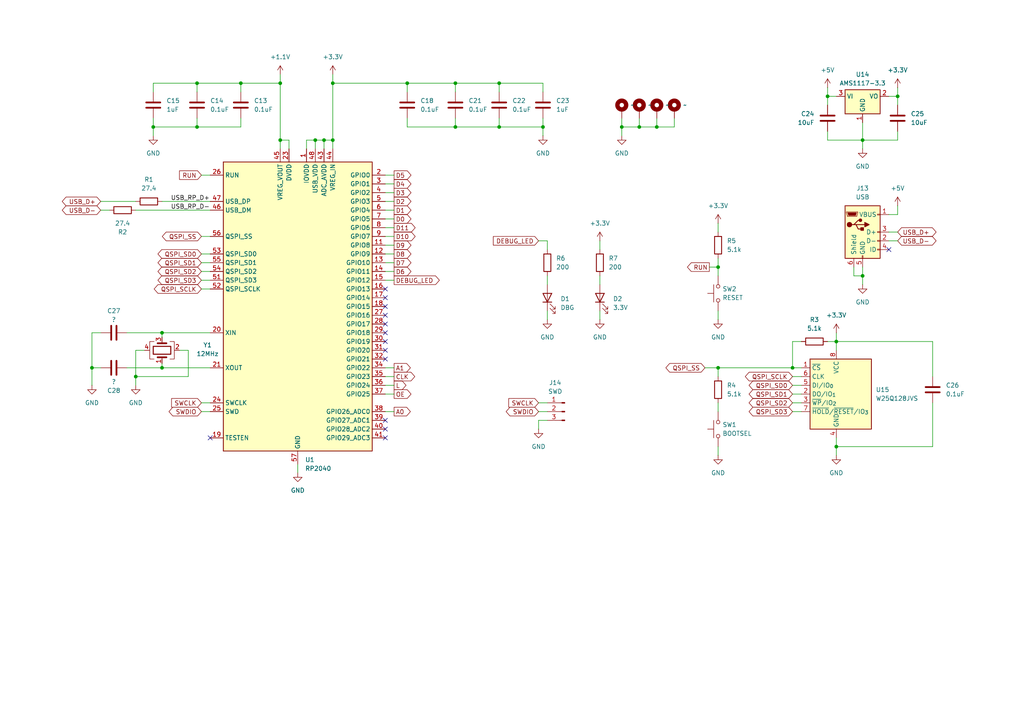
<source format=kicad_sch>
(kicad_sch (version 20250114) (generator "eeschema") (generator_version "9.0")
  (paper "A4")
  (lib_symbols
    (symbol "Connector:Conn_01x03_Pin" (pin_names (offset 1.016) (hide yes))
      (property "Reference" "J" (at 0 5.08 0))
      (property "Value" "Conn_01x03_Pin" (at 0 -5.08 0))
      (symbol "Conn_01x03_Pin_1_1"
        (rectangle (start 0.8636 2.667) (end 0 2.413) (stroke (width 0.1524)) (fill (type outline)))
        (rectangle (start 0.8636 0.127) (end 0 -0.127) (stroke (width 0.1524)) (fill (type outline)))
        (rectangle (start 0.8636 -2.413) (end 0 -2.667) (stroke (width 0.1524)) (fill (type outline)))
        (polyline (pts (xy 1.27 2.54) (xy 0.8636 2.54)) (stroke (width 0.1524)))
        (polyline (pts (xy 1.27 0) (xy 0.8636 0)) (stroke (width 0.1524)))
        (polyline (pts (xy 1.27 -2.54) (xy 0.8636 -2.54)) (stroke (width 0.1524)))
        (pin passive line (at 5.08 2.54 180) (length 3.81) (name "Pin_1") (number "1"))
        (pin passive line (at 5.08 0 180) (length 3.81) (name "Pin_2") (number "2"))
        (pin passive line (at 5.08 -2.54 180) (length 3.81) (name "Pin_3") (number "3"))
      )
    )
    (symbol "Connector:USB_B_Mini" (pin_names (offset 1.016))
      (property "Reference" "J" (at -5.08 11.43 0))
      (property "Value" "USB_B_Mini" (at -5.08 8.89 0))
      (symbol "USB_B_Mini_0_1"
        (rectangle (start -5.08 -7.62) (end 5.08 7.62) (stroke (width 0.254)) (fill (type background)))
        (polyline (pts (xy -4.699 5.842) (xy -4.699 5.588) (xy -4.445 4.826) (xy -4.445 4.572) (xy -1.651 4.572) (xy -1.651 4.826) (xy -1.397 5.588) (xy -1.397 5.842) (xy -4.699 5.842)))
        (polyline (pts (xy -4.318 5.588) (xy -1.778 5.588) (xy -2.032 4.826) (xy -4.064 4.826) (xy -4.318 5.588)) (fill (type outline)))
        (circle (center -3.81 2.159) (radius 0.635) (stroke (width 0.254)) (fill (type outline)))
        (polyline (pts (xy -3.175 2.159) (xy -2.54 2.159) (xy -1.27 3.429) (xy -0.635 3.429)) (stroke (width 0.254)))
        (polyline (pts (xy -2.54 2.159) (xy -1.905 2.159) (xy -1.27 0.889) (xy 0 0.889)) (stroke (width 0.254)))
        (polyline (pts (xy -1.905 2.159) (xy 0.635 2.159)) (stroke (width 0.254)))
        (circle (center -0.635 3.429) (radius 0.381) (stroke (width 0.254)) (fill (type outline)))
        (rectangle (start -0.127 -7.62) (end 0.127 -6.858))
        (rectangle (start 0.254 1.27) (end -0.508 0.508) (stroke (width 0.254)) (fill (type outline)))
        (polyline (pts (xy 0.635 2.794) (xy 0.635 1.524) (xy 1.905 2.159) (xy 0.635 2.794)) (stroke (width 0.254)) (fill (type outline)))
        (rectangle (start 5.08 4.953) (end 4.318 5.207))
        (rectangle (start 5.08 -0.127) (end 4.318 0.127))
        (rectangle (start 5.08 -2.667) (end 4.318 -2.413))
        (rectangle (start 5.08 -5.207) (end 4.318 -4.953))
      )
      (symbol "USB_B_Mini_1_1"
        (pin passive line (at -2.54 -10.16 90) (length 2.54) (name "Shield") (number "6"))
        (pin power_out line (at 0 -10.16 90) (length 2.54) (name "GND") (number "5"))
        (pin power_out line (at 7.62 5.08 180) (length 2.54) (name "VBUS") (number "1"))
        (pin bidirectional line (at 7.62 0 180) (length 2.54) (name "D+") (number "3"))
        (pin bidirectional line (at 7.62 -2.54 180) (length 2.54) (name "D-") (number "2"))
        (pin passive line (at 7.62 -5.08 180) (length 2.54) (name "ID") (number "4"))
      )
    )
    (symbol "Device:C" (pin_numbers (hide yes)) (pin_names (offset 0.254))
      (property "Reference" "C" (at 0.635 2.54 0))
      (property "Value" "C" (at 0.635 -2.54 0))
      (symbol "C_0_1"
        (polyline (pts (xy -2.032 0.762) (xy 2.032 0.762)) (stroke (width 0.508)))
        (polyline (pts (xy -2.032 -0.762) (xy 2.032 -0.762)) (stroke (width 0.508)))
      )
      (symbol "C_1_1"
        (pin passive line (at 0 3.81 270) (length 2.794) (name "~") (number "1"))
        (pin passive line (at 0 -3.81 90) (length 2.794) (name "~") (number "2"))
      )
    )
    (symbol "Device:Crystal_GND24" (pin_names (offset 1.016) (hide yes))
      (property "Reference" "Y" (at 3.175 5.08 0))
      (property "Value" "Crystal_GND24" (at 3.175 3.175 0))
      (symbol "Crystal_GND24_0_1"
        (polyline (pts (xy -2.54 2.286) (xy -2.54 3.556) (xy 2.54 3.556) (xy 2.54 2.286)))
        (polyline (pts (xy -2.54 0) (xy -2.032 0)))
        (polyline (pts (xy -2.54 -2.286) (xy -2.54 -3.556) (xy 2.54 -3.556) (xy 2.54 -2.286)))
        (polyline (pts (xy -2.032 -1.27) (xy -2.032 1.27)) (stroke (width 0.508)))
        (rectangle (start -1.143 2.54) (end 1.143 -2.54) (stroke (width 0.3048)))
        (polyline (pts (xy 0 3.556) (xy 0 3.81)))
        (polyline (pts (xy 0 -3.81) (xy 0 -3.556)))
        (polyline (pts (xy 2.032 0) (xy 2.54 0)))
        (polyline (pts (xy 2.032 -1.27) (xy 2.032 1.27)) (stroke (width 0.508)))
      )
      (symbol "Crystal_GND24_1_1"
        (pin passive line (at -3.81 0 0) (length 1.27) (name "1") (number "1"))
        (pin passive line (at 0 5.08 270) (length 1.27) (name "2") (number "2"))
        (pin passive line (at 0 -5.08 90) (length 1.27) (name "4") (number "4"))
        (pin passive line (at 3.81 0 180) (length 1.27) (name "3") (number "3"))
      )
    )
    (symbol "Device:LED" (pin_numbers (hide yes)) (pin_names (offset 1.016) (hide yes))
      (property "Reference" "D" (at 0 2.54 0))
      (property "Value" "LED" (at 0 -2.54 0))
      (symbol "LED_0_1"
        (polyline (pts (xy -3.048 -0.762) (xy -4.572 -2.286) (xy -3.81 -2.286) (xy -4.572 -2.286) (xy -4.572 -1.524)))
        (polyline (pts (xy -1.778 -0.762) (xy -3.302 -2.286) (xy -2.54 -2.286) (xy -3.302 -2.286) (xy -3.302 -1.524)))
        (polyline (pts (xy -1.27 0) (xy 1.27 0)))
        (polyline (pts (xy -1.27 -1.27) (xy -1.27 1.27)) (stroke (width 0.254)))
        (polyline (pts (xy 1.27 -1.27) (xy 1.27 1.27) (xy -1.27 0) (xy 1.27 -1.27)) (stroke (width 0.254)))
      )
      (symbol "LED_1_1"
        (pin passive line (at -3.81 0 0) (length 2.54) (name "K") (number "1"))
        (pin passive line (at 3.81 0 180) (length 2.54) (name "A") (number "2"))
      )
    )
    (symbol "Device:R" (pin_numbers (hide yes)) (pin_names (offset 0))
      (property "Reference" "R" (at 2.032 0 90))
      (property "Value" "R" (at 0 0 90))
      (symbol "R_0_1"
        (rectangle (start -1.016 -2.54) (end 1.016 2.54) (stroke (width 0.254)))
      )
      (symbol "R_1_1"
        (pin passive line (at 0 3.81 270) (length 1.27) (name "~") (number "1"))
        (pin passive line (at 0 -3.81 90) (length 1.27) (name "~") (number "2"))
      )
    )
    (symbol "MCU_RaspberryPi:RP2040"
      (property "Reference" "U" (at 17.78 45.72 0))
      (property "Value" "RP2040" (at 17.78 43.18 0))
      (symbol "RP2040_0_1"
        (rectangle (start -21.59 41.91) (end 21.59 -41.91) (stroke (width 0.254)) (fill (type background)))
      )
      (symbol "RP2040_1_1"
        (pin input line (at -25.4 38.1 0) (length 3.81) (name "RUN") (number "26"))
        (pin bidirectional line (at -25.4 30.48 0) (length 3.81) (name "USB_DP") (number "47"))
        (pin bidirectional line (at -25.4 27.94 0) (length 3.81) (name "USB_DM") (number "46"))
        (pin bidirectional line (at -25.4 20.32 0) (length 3.81) (name "QSPI_SS") (number "56"))
        (pin bidirectional line (at -25.4 15.24 0) (length 3.81) (name "QSPI_SD0") (number "53"))
        (pin bidirectional line (at -25.4 12.7 0) (length 3.81) (name "QSPI_SD1") (number "55"))
        (pin bidirectional line (at -25.4 10.16 0) (length 3.81) (name "QSPI_SD2") (number "54"))
        (pin bidirectional line (at -25.4 7.62 0) (length 3.81) (name "QSPI_SD3") (number "51"))
        (pin output line (at -25.4 5.08 0) (length 3.81) (name "QSPI_SCLK") (number "52"))
        (pin input line (at -25.4 -7.62 0) (length 3.81) (name "XIN") (number "20"))
        (pin passive line (at -25.4 -17.78 0) (length 3.81) (name "XOUT") (number "21"))
        (pin input line (at -25.4 -27.94 0) (length 3.81) (name "SWCLK") (number "24"))
        (pin bidirectional line (at -25.4 -30.48 0) (length 3.81) (name "SWD") (number "25"))
        (pin input line (at -25.4 -38.1 0) (length 3.81) (name "TESTEN") (number "19"))
        (pin power_out line (at -5.08 45.72 270) (length 3.81) (name "VREG_VOUT") (number "45"))
        (pin power_in line (at -2.54 45.72 270) (length 3.81) (name "DVDD") (number "23"))
        (pin passive line (at -2.54 45.72 270) (length 3.81) (hide yes) (name "DVDD") (number "50"))
        (pin power_in line (at 0 -45.72 90) (length 3.81) (name "GND") (number "57"))
        (pin power_in line (at 2.54 45.72 270) (length 3.81) (name "IOVDD") (number "1"))
        (pin passive line (at 2.54 45.72 270) (length 3.81) (hide yes) (name "IOVDD") (number "10"))
        (pin passive line (at 2.54 45.72 270) (length 3.81) (hide yes) (name "IOVDD") (number "22"))
        (pin passive line (at 2.54 45.72 270) (length 3.81) (hide yes) (name "IOVDD") (number "33"))
        (pin passive line (at 2.54 45.72 270) (length 3.81) (hide yes) (name "IOVDD") (number "42"))
        (pin passive line (at 2.54 45.72 270) (length 3.81) (hide yes) (name "IOVDD") (number "49"))
        (pin power_in line (at 5.08 45.72 270) (length 3.81) (name "USB_VDD") (number "48"))
        (pin power_in line (at 7.62 45.72 270) (length 3.81) (name "ADC_AVDD") (number "43"))
        (pin power_in line (at 10.16 45.72 270) (length 3.81) (name "VREG_IN") (number "44"))
        (pin bidirectional line (at 25.4 38.1 180) (length 3.81) (name "GPIO0") (number "2"))
        (pin bidirectional line (at 25.4 35.56 180) (length 3.81) (name "GPIO1") (number "3"))
        (pin bidirectional line (at 25.4 33.02 180) (length 3.81) (name "GPIO2") (number "4"))
        (pin bidirectional line (at 25.4 30.48 180) (length 3.81) (name "GPIO3") (number "5"))
        (pin bidirectional line (at 25.4 27.94 180) (length 3.81) (name "GPIO4") (number "6"))
        (pin bidirectional line (at 25.4 25.4 180) (length 3.81) (name "GPIO5") (number "7"))
        (pin bidirectional line (at 25.4 22.86 180) (length 3.81) (name "GPIO6") (number "8"))
        (pin bidirectional line (at 25.4 20.32 180) (length 3.81) (name "GPIO7") (number "9"))
        (pin bidirectional line (at 25.4 17.78 180) (length 3.81) (name "GPIO8") (number "11"))
        (pin bidirectional line (at 25.4 15.24 180) (length 3.81) (name "GPIO9") (number "12"))
        (pin bidirectional line (at 25.4 12.7 180) (length 3.81) (name "GPIO10") (number "13"))
        (pin bidirectional line (at 25.4 10.16 180) (length 3.81) (name "GPIO11") (number "14"))
        (pin bidirectional line (at 25.4 7.62 180) (length 3.81) (name "GPIO12") (number "15"))
        (pin bidirectional line (at 25.4 5.08 180) (length 3.81) (name "GPIO13") (number "16"))
        (pin bidirectional line (at 25.4 2.54 180) (length 3.81) (name "GPIO14") (number "17"))
        (pin bidirectional line (at 25.4 0 180) (length 3.81) (name "GPIO15") (number "18"))
        (pin bidirectional line (at 25.4 -2.54 180) (length 3.81) (name "GPIO16") (number "27"))
        (pin bidirectional line (at 25.4 -5.08 180) (length 3.81) (name "GPIO17") (number "28"))
        (pin bidirectional line (at 25.4 -7.62 180) (length 3.81) (name "GPIO18") (number "29"))
        (pin bidirectional line (at 25.4 -10.16 180) (length 3.81) (name "GPIO19") (number "30"))
        (pin bidirectional line (at 25.4 -12.7 180) (length 3.81) (name "GPIO20") (number "31"))
        (pin bidirectional line (at 25.4 -15.24 180) (length 3.81) (name "GPIO21") (number "32"))
        (pin bidirectional line (at 25.4 -17.78 180) (length 3.81) (name "GPIO22") (number "34"))
        (pin bidirectional line (at 25.4 -20.32 180) (length 3.81) (name "GPIO23") (number "35"))
        (pin bidirectional line (at 25.4 -22.86 180) (length 3.81) (name "GPIO24") (number "36"))
        (pin bidirectional line (at 25.4 -25.4 180) (length 3.81) (name "GPIO25") (number "37"))
        (pin bidirectional line (at 25.4 -30.48 180) (length 3.81) (name "GPIO26_ADC0") (number "38"))
        (pin bidirectional line (at 25.4 -33.02 180) (length 3.81) (name "GPIO27_ADC1") (number "39"))
        (pin bidirectional line (at 25.4 -35.56 180) (length 3.81) (name "GPIO28_ADC2") (number "40"))
        (pin bidirectional line (at 25.4 -38.1 180) (length 3.81) (name "GPIO29_ADC3") (number "41"))
      )
    )
    (symbol "Mechanical:MountingHole_Pad" (pin_numbers (hide yes)) (pin_names (offset 1.016) (hide yes)) (exclude_from_sim yes) (in_bom no)
      (property "Reference" "H" (at 0 6.35 0))
      (property "Value" "MountingHole_Pad" (at 0 4.445 0))
      (symbol "MountingHole_Pad_0_1"
        (circle (center 0 1.27) (radius 1.27) (stroke (width 1.27)))
      )
      (symbol "MountingHole_Pad_1_1"
        (pin input line (at 0 -2.54 90) (length 2.54) (name "1") (number "1"))
      )
    )
    (symbol "Memory_Flash:W25Q128JVS"
      (property "Reference" "U" (at -6.35 11.43 0))
      (property "Value" "W25Q128JVS" (at 7.62 11.43 0))
      (symbol "W25Q128JVS_0_1"
        (rectangle (start -7.62 10.16) (end 10.16 -10.16) (stroke (width 0.254)) (fill (type background)))
      )
      (symbol "W25Q128JVS_1_1"
        (pin input line (at -10.16 7.62 0) (length 2.54) (name "~{CS}") (number "1"))
        (pin input line (at -10.16 5.08 0) (length 2.54) (name "CLK") (number "6"))
        (pin bidirectional line (at -10.16 2.54 0) (length 2.54) (name "DI/IO_{0}") (number "5"))
        (pin bidirectional line (at -10.16 0 0) (length 2.54) (name "DO/IO_{1}") (number "2"))
        (pin bidirectional line (at -10.16 -2.54 0) (length 2.54) (name "~{WP}/IO_{2}") (number "3"))
        (pin bidirectional line (at -10.16 -5.08 0) (length 2.54) (name "~{HOLD}/~{RESET}/IO_{3}") (number "7"))
        (pin power_in line (at 0 12.7 270) (length 2.54) (name "VCC") (number "8"))
        (pin power_in line (at 0 -12.7 90) (length 2.54) (name "GND") (number "4"))
      )
    )
    (symbol "Regulator_Linear:AMS1117-3.3"
      (property "Reference" "U" (at -3.81 3.175 0))
      (property "Value" "AMS1117-3.3" (at 0 3.175 0))
      (symbol "AMS1117-3.3_0_1"
        (rectangle (start -5.08 -5.08) (end 5.08 1.905) (stroke (width 0.254)) (fill (type background)))
      )
      (symbol "AMS1117-3.3_1_1"
        (pin power_in line (at -7.62 0 0) (length 2.54) (name "VI") (number "3"))
        (pin power_in line (at 0 -7.62 90) (length 2.54) (name "GND") (number "1"))
        (pin power_out line (at 7.62 0 180) (length 2.54) (name "VO") (number "2"))
      )
    )
    (symbol "Switch:SW_Push" (pin_numbers (hide yes)) (pin_names (offset 1.016) (hide yes))
      (property "Reference" "SW" (at 1.27 2.54 0))
      (property "Value" "SW_Push" (at 0 -1.524 0))
      (symbol "SW_Push_0_1"
        (circle (center -2.032 0) (radius 0.508))
        (polyline (pts (xy 0 1.27) (xy 0 3.048)))
        (circle (center 2.032 0) (radius 0.508))
        (polyline (pts (xy 2.54 1.27) (xy -2.54 1.27)))
        (pin passive line (at -5.08 0 0) (length 2.54) (name "1") (number "1"))
        (pin passive line (at 5.08 0 180) (length 2.54) (name "2") (number "2"))
      )
    )
    (symbol "power:+1V1" (power) (pin_numbers (hide yes)) (pin_names (offset 0) (hide yes))
      (property "Value" "+1V1" (at 0 3.556 0))
      (symbol "+1V1_0_1"
        (polyline (pts (xy -0.762 1.27) (xy 0 2.54)))
        (polyline (pts (xy 0 2.54) (xy 0.762 1.27)))
        (polyline (pts (xy 0 0) (xy 0 2.54)))
      )
      (symbol "+1V1_1_1"
        (pin power_in line (at 0 0 90) (length 0) (name "~") (number "1"))
      )
    )
    (symbol "power:+3.3V" (power) (pin_numbers (hide yes)) (pin_names (offset 0) (hide yes))
      (property "Value" "+3.3V" (at 0 3.556 0))
      (symbol "+3.3V_0_1"
        (polyline (pts (xy -0.762 1.27) (xy 0 2.54)))
        (polyline (pts (xy 0 2.54) (xy 0.762 1.27)))
        (polyline (pts (xy 0 0) (xy 0 2.54)))
      )
      (symbol "+3.3V_1_1"
        (pin power_in line (at 0 0 90) (length 0) (name "~") (number "1"))
      )
    )
    (symbol "power:+5V" (power) (pin_numbers (hide yes)) (pin_names (offset 0) (hide yes))
      (property "Value" "+5V" (at 0 3.556 0))
      (symbol "+5V_0_1"
        (polyline (pts (xy -0.762 1.27) (xy 0 2.54)))
        (polyline (pts (xy 0 2.54) (xy 0.762 1.27)))
        (polyline (pts (xy 0 0) (xy 0 2.54)))
      )
      (symbol "+5V_1_1"
        (pin power_in line (at 0 0 90) (length 0) (name "~") (number "1"))
      )
    )
    (symbol "power:GND" (power) (pin_numbers (hide yes)) (pin_names (offset 0) (hide yes))
      (property "Value" "GND" (at 0 -3.81 0))
      (symbol "GND_0_1"
        (polyline (pts (xy 0 0) (xy 0 -1.27) (xy 1.27 -1.27) (xy 0 -2.54) (xy -1.27 -1.27) (xy 0 -1.27)))
      )
      (symbol "GND_1_1"
        (pin power_in line (at 0 0 270) (length 0) (name "~") (number "1"))
      )
    )
  )
  (junction (at 57.15 36.83))
  (junction (at 57.15 24.13))
  (junction (at 250.19 40.64))
  (junction (at 96.52 40.64))
  (junction (at 208.28 77.47))
  (junction (at 229.87 106.68))
  (junction (at 44.45 36.83))
  (junction (at 26.67 106.68))
  (junction (at 260.35 27.94))
  (junction (at 93.98 40.64))
  (junction (at 144.78 36.83))
  (junction (at 242.57 129.54))
  (junction (at 144.78 24.13))
  (junction (at 81.28 24.13))
  (junction (at 190.5 36.83))
  (junction (at 118.11 24.13))
  (junction (at 91.44 40.64))
  (junction (at 132.08 24.13))
  (junction (at 250.19 80.01))
  (junction (at 69.85 24.13))
  (junction (at 96.52 24.13))
  (junction (at 185.42 36.83))
  (junction (at 46.99 96.52))
  (junction (at 242.57 99.06))
  (junction (at 240.03 27.94))
  (junction (at 132.08 36.83))
  (junction (at 180.34 36.83))
  (junction (at 46.99 106.68))
  (junction (at 81.28 40.64))
  (junction (at 39.37 109.22))
  (junction (at 157.48 36.83))
  (junction (at 208.28 106.68))
  (no_connect (at 111.76 127))
  (no_connect (at 257.81 72.39))
  (no_connect (at 111.76 124.46))
  (no_connect (at 60.96 127))
  (no_connect (at 111.76 104.14))
  (no_connect (at 111.76 96.52))
  (no_connect (at 111.76 101.6))
  (no_connect (at 111.76 93.98))
  (no_connect (at 111.76 121.92))
  (no_connect (at 111.76 99.06))
  (no_connect (at 111.76 88.9))
  (no_connect (at 111.76 91.44))
  (no_connect (at 111.76 86.36))
  (no_connect (at 111.76 83.82))
  (wire (pts (xy 208.28 90.17) (xy 208.28 92.71)))
  (wire (pts (xy 229.87 114.3) (xy 232.41 114.3)))
  (wire (pts (xy 132.08 24.13) (xy 144.78 24.13)))
  (wire (pts (xy 46.99 58.42) (xy 60.96 58.42)))
  (wire (pts (xy 257.81 67.31) (xy 260.35 67.31)))
  (wire (pts (xy 242.57 27.94) (xy 240.03 27.94)))
  (wire (pts (xy 118.11 24.13) (xy 132.08 24.13)))
  (wire (pts (xy 250.19 40.64) (xy 250.19 43.18)))
  (wire (pts (xy 58.42 73.66) (xy 60.96 73.66)))
  (wire (pts (xy 57.15 36.83) (xy 44.45 36.83)))
  (wire (pts (xy 240.03 99.06) (xy 242.57 99.06)))
  (wire (pts (xy 208.28 116.84) (xy 208.28 119.38)))
  (wire (pts (xy 242.57 127) (xy 242.57 129.54)))
  (wire (pts (xy 88.9 40.64) (xy 91.44 40.64)))
  (wire (pts (xy 250.19 40.64) (xy 240.03 40.64)))
  (wire (pts (xy 144.78 24.13) (xy 157.48 24.13)))
  (wire (pts (xy 114.3 114.3) (xy 111.76 114.3)))
  (wire (pts (xy 26.67 106.68) (xy 26.67 96.52)))
  (wire (pts (xy 111.76 55.88) (xy 114.3 55.88)))
  (wire (pts (xy 111.76 66.04) (xy 114.3 66.04)))
  (wire (pts (xy 158.75 72.39) (xy 158.75 69.85)))
  (wire (pts (xy 270.51 109.22) (xy 270.51 99.06)))
  (wire (pts (xy 270.51 129.54) (xy 270.51 116.84)))
  (wire (pts (xy 111.76 50.8) (xy 114.3 50.8)))
  (wire (pts (xy 44.45 36.83) (xy 44.45 34.29)))
  (wire (pts (xy 96.52 24.13) (xy 96.52 40.64)))
  (wire (pts (xy 96.52 24.13) (xy 118.11 24.13)))
  (wire (pts (xy 132.08 34.29) (xy 132.08 36.83)))
  (wire (pts (xy 260.35 27.94) (xy 260.35 30.48)))
  (wire (pts (xy 242.57 99.06) (xy 242.57 101.6)))
  (wire (pts (xy 39.37 109.22) (xy 54.61 109.22)))
  (wire (pts (xy 111.76 58.42) (xy 114.3 58.42)))
  (wire (pts (xy 44.45 36.83) (xy 44.45 39.37)))
  (wire (pts (xy 111.76 71.12) (xy 114.3 71.12)))
  (wire (pts (xy 46.99 97.79) (xy 46.99 96.52)))
  (wire (pts (xy 111.76 63.5) (xy 114.3 63.5)))
  (wire (pts (xy 114.3 119.38) (xy 111.76 119.38)))
  (wire (pts (xy 156.21 124.46) (xy 156.21 121.92)))
  (wire (pts (xy 54.61 101.6) (xy 52.07 101.6)))
  (wire (pts (xy 58.42 83.82) (xy 60.96 83.82)))
  (wire (pts (xy 242.57 96.52) (xy 242.57 99.06)))
  (wire (pts (xy 26.67 106.68) (xy 29.21 106.68)))
  (wire (pts (xy 157.48 34.29) (xy 157.48 36.83)))
  (wire (pts (xy 58.42 78.74) (xy 60.96 78.74)))
  (wire (pts (xy 44.45 24.13) (xy 44.45 26.67)))
  (wire (pts (xy 247.65 77.47) (xy 247.65 80.01)))
  (wire (pts (xy 157.48 24.13) (xy 157.48 26.67)))
  (wire (pts (xy 46.99 106.68) (xy 46.99 105.41)))
  (wire (pts (xy 247.65 80.01) (xy 250.19 80.01)))
  (wire (pts (xy 173.99 90.17) (xy 173.99 92.71)))
  (wire (pts (xy 86.36 134.62) (xy 86.36 137.16)))
  (wire (pts (xy 114.3 106.68) (xy 111.76 106.68)))
  (wire (pts (xy 204.47 106.68) (xy 208.28 106.68)))
  (wire (pts (xy 260.35 27.94) (xy 257.81 27.94)))
  (wire (pts (xy 229.87 116.84) (xy 232.41 116.84)))
  (wire (pts (xy 260.35 25.4) (xy 260.35 27.94)))
  (wire (pts (xy 190.5 36.83) (xy 185.42 36.83)))
  (wire (pts (xy 111.76 68.58) (xy 114.3 68.58)))
  (wire (pts (xy 93.98 40.64) (xy 96.52 40.64)))
  (wire (pts (xy 229.87 99.06) (xy 229.87 106.68)))
  (wire (pts (xy 118.11 24.13) (xy 118.11 26.67)))
  (wire (pts (xy 46.99 106.68) (xy 60.96 106.68)))
  (wire (pts (xy 81.28 40.64) (xy 81.28 24.13)))
  (wire (pts (xy 156.21 119.38) (xy 158.75 119.38)))
  (wire (pts (xy 26.67 111.76) (xy 26.67 106.68)))
  (wire (pts (xy 91.44 40.64) (xy 91.44 43.18)))
  (wire (pts (xy 26.67 96.52) (xy 29.21 96.52)))
  (wire (pts (xy 229.87 119.38) (xy 232.41 119.38)))
  (wire (pts (xy 81.28 24.13) (xy 69.85 24.13)))
  (wire (pts (xy 250.19 80.01) (xy 250.19 77.47)))
  (wire (pts (xy 96.52 21.59) (xy 96.52 24.13)))
  (wire (pts (xy 240.03 27.94) (xy 240.03 30.48)))
  (wire (pts (xy 173.99 80.01) (xy 173.99 82.55)))
  (wire (pts (xy 58.42 81.28) (xy 60.96 81.28)))
  (wire (pts (xy 240.03 27.94) (xy 240.03 25.4)))
  (wire (pts (xy 158.75 80.01) (xy 158.75 82.55)))
  (wire (pts (xy 260.35 59.69) (xy 260.35 62.23)))
  (wire (pts (xy 54.61 109.22) (xy 54.61 101.6)))
  (wire (pts (xy 114.3 109.22) (xy 111.76 109.22)))
  (wire (pts (xy 208.28 106.68) (xy 229.87 106.68)))
  (wire (pts (xy 58.42 76.2) (xy 60.96 76.2)))
  (wire (pts (xy 250.19 35.56) (xy 250.19 40.64)))
  (wire (pts (xy 58.42 50.8) (xy 60.96 50.8)))
  (wire (pts (xy 157.48 36.83) (xy 157.48 39.37)))
  (wire (pts (xy 39.37 109.22) (xy 39.37 111.76)))
  (wire (pts (xy 41.91 101.6) (xy 39.37 101.6)))
  (wire (pts (xy 96.52 40.64) (xy 96.52 43.18)))
  (wire (pts (xy 58.42 116.84) (xy 60.96 116.84)))
  (wire (pts (xy 144.78 36.83) (xy 132.08 36.83)))
  (wire (pts (xy 46.99 96.52) (xy 60.96 96.52)))
  (wire (pts (xy 257.81 62.23) (xy 260.35 62.23)))
  (wire (pts (xy 57.15 24.13) (xy 57.15 26.67)))
  (wire (pts (xy 88.9 43.18) (xy 88.9 40.64)))
  (wire (pts (xy 81.28 21.59) (xy 81.28 24.13)))
  (wire (pts (xy 39.37 60.96) (xy 60.96 60.96)))
  (wire (pts (xy 208.28 64.77) (xy 208.28 67.31)))
  (wire (pts (xy 36.83 96.52) (xy 46.99 96.52)))
  (wire (pts (xy 91.44 40.64) (xy 93.98 40.64)))
  (wire (pts (xy 111.76 78.74) (xy 114.3 78.74)))
  (wire (pts (xy 83.82 43.18) (xy 83.82 40.64)))
  (wire (pts (xy 180.34 36.83) (xy 180.34 39.37)))
  (wire (pts (xy 180.34 36.83) (xy 180.34 34.29)))
  (wire (pts (xy 69.85 24.13) (xy 57.15 24.13)))
  (wire (pts (xy 111.76 81.28) (xy 114.3 81.28)))
  (wire (pts (xy 229.87 109.22) (xy 232.41 109.22)))
  (wire (pts (xy 144.78 24.13) (xy 144.78 26.67)))
  (wire (pts (xy 111.76 73.66) (xy 114.3 73.66)))
  (wire (pts (xy 257.81 69.85) (xy 260.35 69.85)))
  (wire (pts (xy 158.75 90.17) (xy 158.75 92.71)))
  (wire (pts (xy 250.19 80.01) (xy 250.19 82.55)))
  (wire (pts (xy 111.76 53.34) (xy 114.3 53.34)))
  (wire (pts (xy 185.42 34.29) (xy 185.42 36.83)))
  (wire (pts (xy 270.51 99.06) (xy 242.57 99.06)))
  (wire (pts (xy 83.82 40.64) (xy 81.28 40.64)))
  (wire (pts (xy 156.21 121.92) (xy 158.75 121.92)))
  (wire (pts (xy 185.42 36.83) (xy 180.34 36.83)))
  (wire (pts (xy 69.85 24.13) (xy 69.85 26.67)))
  (wire (pts (xy 157.48 36.83) (xy 144.78 36.83)))
  (wire (pts (xy 260.35 40.64) (xy 260.35 38.1)))
  (wire (pts (xy 190.5 34.29) (xy 190.5 36.83)))
  (wire (pts (xy 242.57 129.54) (xy 242.57 132.08)))
  (wire (pts (xy 29.21 58.42) (xy 39.37 58.42)))
  (wire (pts (xy 173.99 72.39) (xy 173.99 69.85)))
  (wire (pts (xy 242.57 129.54) (xy 270.51 129.54)))
  (wire (pts (xy 69.85 34.29) (xy 69.85 36.83)))
  (wire (pts (xy 39.37 101.6) (xy 39.37 109.22)))
  (wire (pts (xy 250.19 40.64) (xy 260.35 40.64)))
  (wire (pts (xy 132.08 24.13) (xy 132.08 26.67)))
  (wire (pts (xy 229.87 111.76) (xy 232.41 111.76)))
  (wire (pts (xy 58.42 119.38) (xy 60.96 119.38)))
  (wire (pts (xy 57.15 24.13) (xy 44.45 24.13)))
  (wire (pts (xy 208.28 106.68) (xy 208.28 109.22)))
  (wire (pts (xy 195.58 34.29) (xy 195.58 36.83)))
  (wire (pts (xy 111.76 76.2) (xy 114.3 76.2)))
  (wire (pts (xy 158.75 69.85) (xy 156.21 69.85)))
  (wire (pts (xy 58.42 68.58) (xy 60.96 68.58)))
  (wire (pts (xy 93.98 40.64) (xy 93.98 43.18)))
  (wire (pts (xy 240.03 40.64) (xy 240.03 38.1)))
  (wire (pts (xy 57.15 34.29) (xy 57.15 36.83)))
  (wire (pts (xy 111.76 60.96) (xy 114.3 60.96)))
  (wire (pts (xy 208.28 77.47) (xy 205.74 77.47)))
  (wire (pts (xy 208.28 129.54) (xy 208.28 132.08)))
  (wire (pts (xy 69.85 36.83) (xy 57.15 36.83)))
  (wire (pts (xy 144.78 34.29) (xy 144.78 36.83)))
  (wire (pts (xy 114.3 111.76) (xy 111.76 111.76)))
  (wire (pts (xy 118.11 36.83) (xy 132.08 36.83)))
  (wire (pts (xy 232.41 99.06) (xy 229.87 99.06)))
  (wire (pts (xy 29.21 60.96) (xy 31.75 60.96)))
  (wire (pts (xy 118.11 34.29) (xy 118.11 36.83)))
  (wire (pts (xy 208.28 80.01) (xy 208.28 77.47)))
  (wire (pts (xy 195.58 36.83) (xy 190.5 36.83)))
  (wire (pts (xy 36.83 106.68) (xy 46.99 106.68)))
  (wire (pts (xy 208.28 74.93) (xy 208.28 77.47)))
  (wire (pts (xy 229.87 106.68) (xy 232.41 106.68)))
  (wire (pts (xy 81.28 40.64) (xy 81.28 43.18)))
  (wire (pts (xy 156.21 116.84) (xy 158.75 116.84)))
  (label "USB_RP_D+" (at 49.53 58.42 0))
  (label "USB_RP_D-" (at 49.53 60.96 0))
  (global_label "QSPI_SS" (shape bidirectional) (at 204.47 106.68 180) (property "Intersheetrefs" "${INTERSHEET_REFS}" (effects (hide yes))))
  (global_label "L" (shape output) (at 114.3 111.76 0) (property "Intersheetrefs" "${INTERSHEET_REFS}" (effects (hide yes))))
  (global_label "DEBUG_LED" (shape input) (at 156.21 69.85 180) (property "Intersheetrefs" "${INTERSHEET_REFS}" (effects (hide yes))))
  (global_label "SWDIO" (shape bidirectional) (at 156.21 119.38 180) (property "Intersheetrefs" "${INTERSHEET_REFS}" (effects (hide yes))))
  (global_label "SWDIO" (shape bidirectional) (at 58.42 119.38 180) (property "Intersheetrefs" "${INTERSHEET_REFS}" (effects (hide yes))))
  (global_label "D8" (shape output) (at 114.3 73.66 0) (property "Intersheetrefs" "${INTERSHEET_REFS}" (effects (hide yes))))
  (global_label "D11" (shape output) (at 114.3 66.04 0) (property "Intersheetrefs" "${INTERSHEET_REFS}" (effects (hide yes))))
  (global_label "QSPI_SD2" (shape bidirectional) (at 58.42 78.74 180) (property "Intersheetrefs" "${INTERSHEET_REFS}" (effects (hide yes))))
  (global_label "SWCLK" (shape input) (at 156.21 116.84 180) (property "Intersheetrefs" "${INTERSHEET_REFS}" (effects (hide yes))))
  (global_label "D2" (shape output) (at 114.3 58.42 0) (property "Intersheetrefs" "${INTERSHEET_REFS}" (effects (hide yes))))
  (global_label "USB_D-" (shape bidirectional) (at 260.35 69.85 0) (property "Intersheetrefs" "${INTERSHEET_REFS}" (effects (hide yes))))
  (global_label "D0" (shape output) (at 114.3 63.5 0) (property "Intersheetrefs" "${INTERSHEET_REFS}" (effects (hide yes))))
  (global_label "QSPI_SD2" (shape bidirectional) (at 229.87 116.84 180) (property "Intersheetrefs" "${INTERSHEET_REFS}" (effects (hide yes))))
  (global_label "QSPI_SS" (shape bidirectional) (at 58.42 68.58 180) (property "Intersheetrefs" "${INTERSHEET_REFS}" (effects (hide yes))))
  (global_label "OE" (shape output) (at 114.3 114.3 0) (property "Intersheetrefs" "${INTERSHEET_REFS}" (effects (hide yes))))
  (global_label "USB_D-" (shape bidirectional) (at 29.21 60.96 180) (property "Intersheetrefs" "${INTERSHEET_REFS}" (effects (hide yes))))
  (global_label "QSPI_SD0" (shape bidirectional) (at 58.42 73.66 180) (property "Intersheetrefs" "${INTERSHEET_REFS}" (effects (hide yes))))
  (global_label "D7" (shape output) (at 114.3 76.2 0) (property "Intersheetrefs" "${INTERSHEET_REFS}" (effects (hide yes))))
  (global_label "RUN" (shape output) (at 205.74 77.47 180) (property "Intersheetrefs" "${INTERSHEET_REFS}" (effects (hide yes))))
  (global_label "USB_D+" (shape bidirectional) (at 29.21 58.42 180) (property "Intersheetrefs" "${INTERSHEET_REFS}" (effects (hide yes))))
  (global_label "QSPI_SD3" (shape bidirectional) (at 58.42 81.28 180) (property "Intersheetrefs" "${INTERSHEET_REFS}" (effects (hide yes))))
  (global_label "SWCLK" (shape input) (at 58.42 116.84 180) (property "Intersheetrefs" "${INTERSHEET_REFS}" (effects (hide yes))))
  (global_label "QSPI_SD3" (shape bidirectional) (at 229.87 119.38 180) (property "Intersheetrefs" "${INTERSHEET_REFS}" (effects (hide yes))))
  (global_label "D5" (shape output) (at 114.3 50.8 0) (property "Intersheetrefs" "${INTERSHEET_REFS}" (effects (hide yes))))
  (global_label "A1" (shape output) (at 114.3 106.68 0) (property "Intersheetrefs" "${INTERSHEET_REFS}" (effects (hide yes))))
  (global_label "D9" (shape output) (at 114.3 71.12 0) (property "Intersheetrefs" "${INTERSHEET_REFS}" (effects (hide yes))))
  (global_label "QSPI_SD1" (shape bidirectional) (at 229.87 114.3 180) (property "Intersheetrefs" "${INTERSHEET_REFS}" (effects (hide yes))))
  (global_label "D4" (shape output) (at 114.3 53.34 0) (property "Intersheetrefs" "${INTERSHEET_REFS}" (effects (hide yes))))
  (global_label "QSPI_SD0" (shape bidirectional) (at 229.87 111.76 180) (property "Intersheetrefs" "${INTERSHEET_REFS}" (effects (hide yes))))
  (global_label "USB_D+" (shape bidirectional) (at 260.35 67.31 0) (property "Intersheetrefs" "${INTERSHEET_REFS}" (effects (hide yes))))
  (global_label "CLK" (shape output) (at 114.3 109.22 0) (property "Intersheetrefs" "${INTERSHEET_REFS}" (effects (hide yes))))
  (global_label "RUN" (shape input) (at 58.42 50.8 180) (property "Intersheetrefs" "${INTERSHEET_REFS}" (effects (hide yes))))
  (global_label "QSPI_SD1" (shape bidirectional) (at 58.42 76.2 180) (property "Intersheetrefs" "${INTERSHEET_REFS}" (effects (hide yes))))
  (global_label "QSPI_SCLK" (shape bidirectional) (at 229.87 109.22 180) (property "Intersheetrefs" "${INTERSHEET_REFS}" (effects (hide yes))))
  (global_label "A0" (shape output) (at 114.3 119.38 0) (property "Intersheetrefs" "${INTERSHEET_REFS}" (effects (hide yes))))
  (global_label "D10" (shape output) (at 114.3 68.58 0) (property "Intersheetrefs" "${INTERSHEET_REFS}" (effects (hide yes))))
  (global_label "D1" (shape output) (at 114.3 60.96 0) (property "Intersheetrefs" "${INTERSHEET_REFS}" (effects (hide yes))))
  (global_label "DEBUG_LED" (shape output) (at 114.3 81.28 0) (property "Intersheetrefs" "${INTERSHEET_REFS}" (effects (hide yes))))
  (global_label "QSPI_SCLK" (shape bidirectional) (at 58.42 83.82 180) (property "Intersheetrefs" "${INTERSHEET_REFS}" (effects (hide yes))))
  (global_label "D3" (shape output) (at 114.3 55.88 0) (property "Intersheetrefs" "${INTERSHEET_REFS}" (effects (hide yes))))
  (global_label "D6" (shape output) (at 114.3 78.74 0) (property "Intersheetrefs" "${INTERSHEET_REFS}" (effects (hide yes))))
  (symbol (lib_id "Device:LED") (at 173.99 86.36 90) (unit 1)
    (property "Reference" "D2" (at 177.8 86.6774 90) (effects (justify right)))
    (property "Value" "3.3V" (at 177.8 89.2174 90) (effects (justify right)))
    (property "Footprint" "LED_SMD:LED_0805_2012Metric" (effects (hide yes)))
    (property "Description" "Light emitting diode" (effects (hide yes)))
    (property "Sim.Pins" "1=K 2=A" (effects (hide yes)))
  )
  (symbol (lib_id "Device:R") (at 236.22 99.06 90) (unit 1)
    (property "Reference" "R3" (at 236.22 92.71 90))
    (property "Value" "5.1k" (at 236.22 95.25 90))
    (property "Footprint" "Resistor_SMD:R_0805_2012Metric" (effects (hide yes)))
    (property "Description" "Resistor" (effects (hide yes)))
  )
  (symbol (lib_id "Switch:SW_Push") (at 208.28 124.46 90) (unit 1)
    (property "Reference" "SW1" (at 209.55 123.1899 90) (effects (justify right)))
    (property "Value" "BOOTSEL" (at 209.55 125.7299 90) (effects (justify right)))
    (property "Footprint" "Button_Switch_SMD:SW_Push_SPST_NO_Alps_SKRK" (effects (hide yes)))
    (property "Description" "Push button switch, generic, two pins" (effects (hide yes)))
  )
  (symbol (lib_id "Mechanical:MountingHole_Pad") (at 190.5 31.75 0) (unit 1) (exclude_from_sim yes) (in_bom no)
    (property "Reference" "H2" (effects (hide yes)))
    (property "Value" "~" (at 193.04 30.48 0) (effects (justify left)))
    (property "Footprint" "MountingHole:MountingHole_3.2mm_M3_DIN965_Pad_TopBottom" (effects (hide yes)))
    (property "Description" "Mounting Hole with connection" (effects (hide yes)))
  )
  (symbol (lib_id "Mechanical:MountingHole_Pad") (at 185.42 31.75 0) (unit 1) (exclude_from_sim yes) (in_bom no)
    (property "Reference" "H1" (effects (hide yes)))
    (property "Value" "~" (at 187.96 30.48 0) (effects (justify left)))
    (property "Footprint" "MountingHole:MountingHole_3.2mm_M3_DIN965_Pad_TopBottom" (effects (hide yes)))
    (property "Description" "Mounting Hole with connection" (effects (hide yes)))
  )
  (symbol (lib_id "Device:LED") (at 158.75 86.36 90) (unit 1)
    (property "Reference" "D1" (at 162.56 86.6774 90) (effects (justify right)))
    (property "Value" "DBG" (at 162.56 89.2174 90) (effects (justify right)))
    (property "Footprint" "LED_SMD:LED_0805_2012Metric" (effects (hide yes)))
    (property "Description" "Light emitting diode" (effects (hide yes)))
    (property "Sim.Pins" "1=K 2=A" (effects (hide yes)))
  )
  (symbol (lib_id "power:GND") (at 86.36 137.16 0) (unit 1)
    (property "Reference" "#PWR013" (effects (hide yes)))
    (property "Value" "GND" (at 86.36 142.24 0))
    (property "Description" "Power symbol creates a global label with name \"GND\" , ground" (effects (hide yes)))
  )
  (symbol (lib_id "Device:R") (at 173.99 76.2 180) (unit 1)
    (property "Reference" "R7" (at 176.53 74.9299 0) (effects (justify right)))
    (property "Value" "200" (at 176.53 77.4699 0) (effects (justify right)))
    (property "Footprint" "Resistor_SMD:R_0805_2012Metric" (effects (hide yes)))
    (property "Description" "Resistor" (effects (hide yes)))
  )
  (symbol (lib_id "Device:C") (at 270.51 113.03 0) (unit 1)
    (property "Reference" "C26" (at 274.32 111.7599 0) (effects (justify left)))
    (property "Value" "0.1uF" (at 274.32 114.2999 0) (effects (justify left)))
    (property "Footprint" "Capacitor_SMD:C_0805_2012Metric" (effects (hide yes)))
    (property "Description" "Unpolarized capacitor" (effects (hide yes)))
  )
  (symbol (lib_id "Device:R") (at 158.75 76.2 180) (unit 1)
    (property "Reference" "R6" (at 161.29 74.9299 0) (effects (justify right)))
    (property "Value" "200" (at 161.29 77.4699 0) (effects (justify right)))
    (property "Footprint" "Resistor_SMD:R_0805_2012Metric" (effects (hide yes)))
    (property "Description" "Resistor" (effects (hide yes)))
  )
  (symbol (lib_id "Device:C") (at 69.85 30.48 0) (unit 1)
    (property "Reference" "C13" (at 73.66 29.2099 0) (effects (justify left)))
    (property "Value" "0.1uF" (at 73.66 31.7499 0) (effects (justify left)))
    (property "Footprint" "Capacitor_SMD:C_0805_2012Metric" (effects (hide yes)))
    (property "Description" "Unpolarized capacitor" (effects (hide yes)))
  )
  (symbol (lib_id "power:GND") (at 250.19 82.55 0) (unit 1)
    (property "Reference" "#PWR029" (effects (hide yes)))
    (property "Value" "GND" (at 250.19 87.63 0))
    (property "Description" "Power symbol creates a global label with name \"GND\" , ground" (effects (hide yes)))
  )
  (symbol (lib_id "Device:Crystal_GND24") (at 46.99 101.6 270) (mirror x) (unit 1)
    (property "Reference" "Y1" (at 60.198 100.076 90))
    (property "Value" "12MHz" (at 60.198 102.616 90))
    (property "Footprint" "Crystal:Crystal_SMD_3225-4Pin_3.2x2.5mm_HandSoldering" (effects (hide yes)))
    (property "Description" "Four pin crystal, GND on pins 2 and 4" (effects (hide yes)))
  )
  (symbol (lib_id "Device:C") (at 144.78 30.48 0) (unit 1)
    (property "Reference" "C22" (at 148.59 29.2099 0) (effects (justify left)))
    (property "Value" "0.1uF" (at 148.59 31.7499 0) (effects (justify left)))
    (property "Footprint" "Capacitor_SMD:C_0805_2012Metric" (effects (hide yes)))
    (property "Description" "Unpolarized capacitor" (effects (hide yes)))
  )
  (symbol (lib_id "Device:C") (at 33.02 96.52 90) (unit 1)
    (property "Reference" "C27" (at 33.02 90.17 90))
    (property "Value" "?" (at 33.02 92.71 90))
    (property "Footprint" "Capacitor_SMD:C_0805_2012Metric" (effects (hide yes)))
    (property "Description" "Unpolarized capacitor" (effects (hide yes)))
  )
  (symbol (lib_id "power:GND") (at 250.19 43.18 0) (unit 1)
    (property "Reference" "#PWR027" (effects (hide yes)))
    (property "Value" "GND" (at 250.19 48.26 0))
    (property "Description" "Power symbol creates a global label with name \"GND\" , ground" (effects (hide yes)))
  )
  (symbol (lib_id "power:GND") (at 173.99 92.71 0) (unit 1)
    (property "Reference" "#PWR049" (effects (hide yes)))
    (property "Value" "GND" (at 173.99 97.79 0))
    (property "Description" "Power symbol creates a global label with name \"GND\" , ground" (effects (hide yes)))
  )
  (symbol (lib_id "Device:C") (at 57.15 30.48 0) (unit 1)
    (property "Reference" "C14" (at 60.96 29.2099 0) (effects (justify left)))
    (property "Value" "0.1uF" (at 60.96 31.7499 0) (effects (justify left)))
    (property "Footprint" "Capacitor_SMD:C_0805_2012Metric" (effects (hide yes)))
    (property "Description" "Unpolarized capacitor" (effects (hide yes)))
  )
  (symbol (lib_id "Device:R") (at 208.28 113.03 180) (unit 1)
    (property "Reference" "R4" (at 210.82 111.7599 0) (effects (justify right)))
    (property "Value" "5.1k" (at 210.82 114.2999 0) (effects (justify right)))
    (property "Footprint" "Resistor_SMD:R_0805_2012Metric" (effects (hide yes)))
    (property "Description" "Resistor" (effects (hide yes)))
  )
  (symbol (lib_id "power:GND") (at 158.75 92.71 0) (unit 1)
    (property "Reference" "#PWR048" (effects (hide yes)))
    (property "Value" "GND" (at 158.75 97.79 0))
    (property "Description" "Power symbol creates a global label with name \"GND\" , ground" (effects (hide yes)))
  )
  (symbol (lib_id "power:GND") (at 242.57 132.08 0) (unit 1)
    (property "Reference" "#PWR031" (effects (hide yes)))
    (property "Value" "GND" (at 242.57 137.16 0))
    (property "Description" "Power symbol creates a global label with name \"GND\" , ground" (effects (hide yes)))
  )
  (symbol (lib_id "MCU_RaspberryPi:RP2040") (at 86.36 88.9 0) (unit 1)
    (property "Reference" "U1" (at 88.5033 133.35 0) (effects (justify left)))
    (property "Value" "RP2040" (at 88.5033 135.89 0) (effects (justify left)))
    (property "Footprint" "Package_DFN_QFN:QFN-56-1EP_7x7mm_P0.4mm_EP3.2x3.2mm" (effects (hide yes)))
    (property "Datasheet" "https://datasheets.raspberrypi.com/rp2040/rp2040-datasheet.pdf" (effects (hide yes)))
    (property "Description" "A microcontroller by Raspberry Pi" (effects (hide yes)))
  )
  (symbol (lib_id "power:+3.3V") (at 208.28 64.77 0) (unit 1)
    (property "Reference" "#PWR036" (effects (hide yes)))
    (property "Value" "+3.3V" (at 208.28 59.69 0))
    (property "Description" "Power symbol creates a global label with name \"+3.3V\"" (effects (hide yes)))
  )
  (symbol (lib_id "Connector:USB_B_Mini") (at 250.19 67.31 0) (unit 1)
    (property "Reference" "J13" (at 250.19 54.61 0))
    (property "Value" "USB" (at 250.19 57.15 0))
    (property "Footprint" "Connector_USB:USB_Mini-B_Wuerth_65100516121_Horizontal" (effects (hide yes)))
    (property "Description" "USB Mini Type B connector" (effects (hide yes)))
  )
  (symbol (lib_id "Mechanical:MountingHole_Pad") (at 195.58 31.75 0) (unit 1) (exclude_from_sim yes) (in_bom no)
    (property "Reference" "H3" (effects (hide yes)))
    (property "Value" "~" (at 198.12 30.48 0) (effects (justify left)))
    (property "Footprint" "MountingHole:MountingHole_3.2mm_M3_DIN965_Pad_TopBottom" (effects (hide yes)))
    (property "Description" "Mounting Hole with connection" (effects (hide yes)))
  )
  (symbol (lib_id "Device:C") (at 33.02 106.68 270) (mirror x) (unit 1)
    (property "Reference" "C28" (at 33.02 113.284 90))
    (property "Value" "?" (at 33.02 110.744 90))
    (property "Footprint" "Capacitor_SMD:C_0805_2012Metric" (effects (hide yes)))
    (property "Description" "Unpolarized capacitor" (effects (hide yes)))
  )
  (symbol (lib_id "power:+5V") (at 240.03 25.4 0) (unit 1)
    (property "Reference" "#PWR026" (effects (hide yes)))
    (property "Value" "+5V" (at 240.03 20.32 0))
    (property "Description" "Power symbol creates a global label with name \"+5V\"" (effects (hide yes)))
  )
  (symbol (lib_id "Memory_Flash:W25Q128JVS") (at 242.57 114.3 0) (unit 1)
    (property "Reference" "U15" (at 254 113.0299 0) (effects (justify left)))
    (property "Value" "W25Q128JVS" (at 254 115.5699 0) (effects (justify left)))
    (property "Footprint" "Package_SO:SOIC-8_5.3x5.3mm_P1.27mm" (effects (hide yes)))
    (property "Datasheet" "https://www.winbond.com/resource-files/w25q128jv_dtr%20revc%2003272018%20plus.pdf" (effects (hide yes)))
    (property "Description" "128Mbit / 16MiB Serial Flash Memory, Standard/Dual/Quad SPI, 2.7-3.6V, SOIC-8" (effects (hide yes)))
  )
  (symbol (lib_id "Device:C") (at 118.11 30.48 0) (unit 1)
    (property "Reference" "C18" (at 121.92 29.2099 0) (effects (justify left)))
    (property "Value" "0.1uF" (at 121.92 31.7499 0) (effects (justify left)))
    (property "Footprint" "Capacitor_SMD:C_0805_2012Metric" (effects (hide yes)))
    (property "Description" "Unpolarized capacitor" (effects (hide yes)))
  )
  (symbol (lib_id "power:GND") (at 208.28 92.71 0) (unit 1)
    (property "Reference" "#PWR037" (effects (hide yes)))
    (property "Value" "GND" (at 208.28 97.79 0))
    (property "Description" "Power symbol creates a global label with name \"GND\" , ground" (effects (hide yes)))
  )
  (symbol (lib_id "Regulator_Linear:AMS1117-3.3") (at 250.19 27.94 0) (unit 1)
    (property "Reference" "U14" (at 250.19 21.59 0))
    (property "Value" "AMS1117-3.3" (at 250.19 24.13 0))
    (property "Footprint" "Package_TO_SOT_SMD:SOT-223-3_TabPin2" (effects (hide yes)))
    (property "Datasheet" "http://www.advanced-monolithic.com/pdf/ds1117.pdf" (effects (hide yes)))
    (property "Description" "1A Low Dropout regulator, positive, 3.3V fixed output, SOT-223" (effects (hide yes)))
  )
  (symbol (lib_id "Mechanical:MountingHole_Pad") (at 180.34 31.75 0) (unit 1) (exclude_from_sim yes) (in_bom no)
    (property "Reference" "H4" (effects (hide yes)))
    (property "Value" "~" (at 182.88 30.48 0) (effects (justify left)))
    (property "Footprint" "MountingHole:MountingHole_3.2mm_M3_DIN965_Pad_TopBottom" (effects (hide yes)))
    (property "Description" "Mounting Hole with connection" (effects (hide yes)))
  )
  (symbol (lib_id "Device:R") (at 208.28 71.12 180) (unit 1)
    (property "Reference" "R5" (at 210.82 69.8499 0) (effects (justify right)))
    (property "Value" "5.1k" (at 210.82 72.3899 0) (effects (justify right)))
    (property "Footprint" "Resistor_SMD:R_0805_2012Metric" (effects (hide yes)))
    (property "Description" "Resistor" (effects (hide yes)))
  )
  (symbol (lib_id "Device:C") (at 157.48 30.48 0) (unit 1)
    (property "Reference" "C23" (at 161.29 29.2099 0) (effects (justify left)))
    (property "Value" "1uF" (at 161.29 31.7499 0) (effects (justify left)))
    (property "Footprint" "Capacitor_SMD:C_0805_2012Metric" (effects (hide yes)))
    (property "Description" "Unpolarized capacitor" (effects (hide yes)))
  )
  (symbol (lib_id "Device:C") (at 260.35 34.29 0) (unit 1)
    (property "Reference" "C25" (at 264.16 33.0199 0) (effects (justify left)))
    (property "Value" "10uF" (at 264.16 35.5599 0) (effects (justify left)))
    (property "Footprint" "Capacitor_SMD:C_0805_2012Metric" (effects (hide yes)))
    (property "Description" "Unpolarized capacitor" (effects (hide yes)))
  )
  (symbol (lib_id "Device:C") (at 44.45 30.48 0) (unit 1)
    (property "Reference" "C15" (at 48.26 29.2099 0) (effects (justify left)))
    (property "Value" "1uF" (at 48.26 31.7499 0) (effects (justify left)))
    (property "Footprint" "Capacitor_SMD:C_0805_2012Metric" (effects (hide yes)))
    (property "Description" "Unpolarized capacitor" (effects (hide yes)))
  )
  (symbol (lib_id "power:+3.3V") (at 260.35 25.4 0) (unit 1)
    (property "Reference" "#PWR028" (effects (hide yes)))
    (property "Value" "+3.3V" (at 260.35 20.32 0))
    (property "Description" "Power symbol creates a global label with name \"+3.3V\"" (effects (hide yes)))
  )
  (symbol (lib_id "power:+5V") (at 260.35 59.69 0) (unit 1)
    (property "Reference" "#PWR030" (effects (hide yes)))
    (property "Value" "+5V" (at 260.35 54.61 0))
    (property "Description" "Power symbol creates a global label with name \"+5V\"" (effects (hide yes)))
  )
  (symbol (lib_id "power:GND") (at 39.37 111.76 0) (unit 1)
    (property "Reference" "#PWR034" (effects (hide yes)))
    (property "Value" "GND" (at 39.37 116.84 0))
    (property "Description" "Power symbol creates a global label with name \"GND\" , ground" (effects (hide yes)))
  )
  (symbol (lib_id "power:+3.3V") (at 242.57 96.52 0) (unit 1)
    (property "Reference" "#PWR032" (effects (hide yes)))
    (property "Value" "+3.3V" (at 242.57 91.44 0))
    (property "Description" "Power symbol creates a global label with name \"+3.3V\"" (effects (hide yes)))
  )
  (symbol (lib_id "power:+1V1") (at 81.28 21.59 0) (unit 1)
    (property "Reference" "#PWR024" (effects (hide yes)))
    (property "Value" "+1.1V" (at 81.28 16.51 0))
    (property "Description" "Power symbol creates a global label with name \"+1.1V\"" (effects (hide yes)))
  )
  (symbol (lib_id "power:GND") (at 180.34 39.37 0) (unit 1)
    (property "Reference" "#PWR047" (effects (hide yes)))
    (property "Value" "GND" (at 180.34 44.45 0))
    (property "Description" "Power symbol creates a global label with name \"GND\" , ground" (effects (hide yes)))
  )
  (symbol (lib_id "Connector:Conn_01x03_Pin") (at 163.83 119.38 0) (mirror y) (unit 1)
    (property "Reference" "J14" (at 161.036 110.998 0))
    (property "Value" "SWD" (at 161.036 113.538 0))
    (property "Footprint" "Connector_PinHeader_2.54mm:PinHeader_1x03_P2.54mm_Vertical" (effects (hide yes)))
    (property "Description" "Generic connector, single row, 01x03, script generated" (effects (hide yes)))
  )
  (symbol (lib_id "power:GND") (at 156.21 124.46 0) (unit 1)
    (property "Reference" "#PWR051" (effects (hide yes)))
    (property "Value" "GND" (at 156.21 129.54 0))
    (property "Description" "Power symbol creates a global label with name \"GND\" , ground" (effects (hide yes)))
  )
  (symbol (lib_id "power:+3.3V") (at 173.99 69.85 0) (unit 1)
    (property "Reference" "#PWR050" (effects (hide yes)))
    (property "Value" "+3.3V" (at 173.99 64.77 0))
    (property "Description" "Power symbol creates a global label with name \"+3.3V\"" (effects (hide yes)))
  )
  (symbol (lib_id "Device:R") (at 35.56 60.96 90) (mirror x) (unit 1)
    (property "Reference" "R2" (at 35.56 67.31 90))
    (property "Value" "27.4" (at 35.56 64.77 90))
    (property "Footprint" "Resistor_SMD:R_0805_2012Metric" (effects (hide yes)))
    (property "Description" "Resistor" (effects (hide yes)))
  )
  (symbol (lib_id "power:GND") (at 157.48 39.37 0) (unit 1)
    (property "Reference" "#PWR015" (effects (hide yes)))
    (property "Value" "GND" (at 157.48 44.45 0))
    (property "Description" "Power symbol creates a global label with name \"GND\" , ground" (effects (hide yes)))
  )
  (symbol (lib_id "power:+3.3V") (at 96.52 21.59 0) (unit 1)
    (property "Reference" "#PWR025" (effects (hide yes)))
    (property "Value" "+3.3V" (at 96.52 16.51 0))
    (property "Description" "Power symbol creates a global label with name \"+3.3V\"" (effects (hide yes)))
  )
  (symbol (lib_id "power:GND") (at 44.45 39.37 0) (unit 1)
    (property "Reference" "#PWR014" (effects (hide yes)))
    (property "Value" "GND" (at 44.45 44.45 0))
    (property "Description" "Power symbol creates a global label with name \"GND\" , ground" (effects (hide yes)))
  )
  (symbol (lib_id "power:GND") (at 208.28 132.08 0) (unit 1)
    (property "Reference" "#PWR033" (effects (hide yes)))
    (property "Value" "GND" (at 208.28 137.16 0))
    (property "Description" "Power symbol creates a global label with name \"GND\" , ground" (effects (hide yes)))
  )
  (symbol (lib_id "Device:C") (at 240.03 34.29 0) (mirror y) (unit 1)
    (property "Reference" "C24" (at 236.22 33.0199 0) (effects (justify left)))
    (property "Value" "10uF" (at 236.22 35.5599 0) (effects (justify left)))
    (property "Footprint" "Capacitor_SMD:C_0805_2012Metric" (effects (hide yes)))
    (property "Description" "Unpolarized capacitor" (effects (hide yes)))
  )
  (symbol (lib_id "Device:R") (at 43.18 58.42 270) (unit 1)
    (property "Reference" "R1" (at 43.18 52.07 90))
    (property "Value" "27.4" (at 43.18 54.61 90))
    (property "Footprint" "Resistor_SMD:R_0805_2012Metric" (effects (hide yes)))
    (property "Description" "Resistor" (effects (hide yes)))
  )
  (symbol (lib_id "Device:C") (at 132.08 30.48 0) (unit 1)
    (property "Reference" "C21" (at 135.89 29.2099 0) (effects (justify left)))
    (property "Value" "0.1uF" (at 135.89 31.7499 0) (effects (justify left)))
    (property "Footprint" "Capacitor_SMD:C_0805_2012Metric" (effects (hide yes)))
    (property "Description" "Unpolarized capacitor" (effects (hide yes)))
  )
  (symbol (lib_id "Switch:SW_Push") (at 208.28 85.09 90) (unit 1)
    (property "Reference" "SW2" (at 209.55 83.8199 90) (effects (justify right)))
    (property "Value" "RESET" (at 209.55 86.3599 90) (effects (justify right)))
    (property "Footprint" "Button_Switch_SMD:SW_Push_SPST_NO_Alps_SKRK" (effects (hide yes)))
    (property "Description" "Push button switch, generic, two pins" (effects (hide yes)))
  )
  (symbol (lib_id "power:GND") (at 26.67 111.76 0) (unit 1)
    (property "Reference" "#PWR035" (effects (hide yes)))
    (property "Value" "GND" (at 26.67 116.84 0))
    (property "Description" "Power symbol creates a global label with name \"GND\" , ground" (effects (hide yes)))
  )
)
</source>
